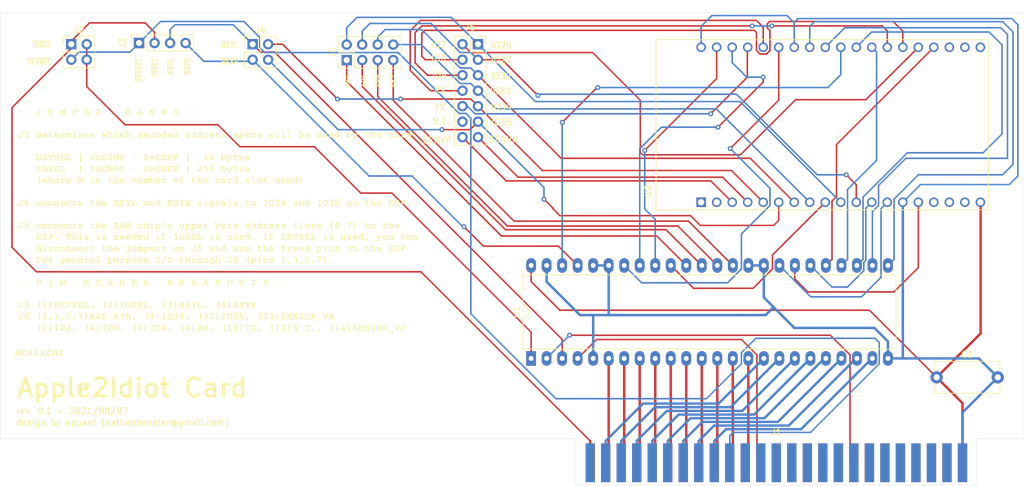
<source format=kicad_pcb>
(kicad_pcb (version 20171130) (host pcbnew 5.1.10-88a1d61d58~88~ubuntu18.04.1)
  (title_block (title "Apple II Breadboard Card") (date 2021-02-08) (rev 1.1) (company "Renee Harke") (comment 1 "MIT license; see LICENSE file"))
  (layers (0 F.Cu signal) (31 B.Cu signal) (34 B.Paste user) (35 F.Paste user) (36 B.SilkS user) (37 F.SilkS user) (38 B.Mask user) (39 F.Mask user) (44 Edge.Cuts user))
  (net 0 "")
  (net 1 /D0)
  (net 2 /D1)
  (net 3 /D2)
  (net 4 /D3)
  (net 5 /D4)
  (net 6 /D5)
  (net 7 /D6)
  (net 8 /D7)
  (net 9 /A0)
  (net 10 /A1)
  (net 11 /A2)
  (net 12 /A3)
  (net 13 /A4)
  (net 14 /A5)
  (net 15 /A6)
  (net 16 /A7)
  (net 17 /A8)
  (net 18 /A9)
  (net 19 /A10)
  (net 20 GND)
  (net 21 VCC)
  (net 22 "Net-(J1-Pad27)")
  (net 23 "Net-(J1-Pad28)")
  (net 24 "Net-(J1-Pad29)")
  (net 25 "Net-(J1-Pad30)")
  (net 26 "Net-(J1-Pad31)")
  (net 27 "Net-(J1-Pad32)")
  (net 28 "Net-(J1-Pad33)")
  (net 29 "Net-(J1-Pad34)")
  (net 30 "Net-(J1-Pad35)")
  (net 31 "Net-(J1-Pad36)")
  (net 32 "Net-(J1-Pad37)")
  (net 33 "Net-(J1-Pad38)")
  (net 34 "Net-(J1-Pad39)")
  (net 35 "Net-(J1-Pad40)")
  (net 36 "Net-(J1-Pad50)")
  (net 37 "Net-(J1-Pad24)")
  (net 38 "Net-(J1-Pad23)")
  (net 39 "Net-(J1-Pad22)")
  (net 40 "Net-(J1-Pad21)")
  (net 41 "Net-(J1-Pad20)")
  (net 42 "Net-(J1-Pad19)")
  (net 43 "Net-(J1-Pad17)")
  (net 44 "Net-(J1-Pad16)")
  (net 45 "Net-(J1-Pad15)")
  (net 46 "Net-(J1-Pad14)")
  (net 47 "Net-(J1-Pad13)")
  (net 48 "Net-(J3-Pad4)")
  (net 49 "Net-(J6-Pad12)")
  (net 50 RWR)
  (net 51 /AR0)
  (net 52 /AR1)
  (net 53 /AR2)
  (net 54 /AR3)
  (net 55 /DR0)
  (net 56 /DR1)
  (net 57 /DR2)
  (net 58 /DR3)
  (net 59 /DR4)
  (net 60 /DR5)
  (net 61 /DR6)
  (net 62 /DR7)
  (net 63 "Net-(U2-Pad38)")
  (net 64 "Net-(U2-Pad37)")
  (net 65 "Net-(U2-Pad36)")
  (net 66 "Net-(U2-Pad18)")
  (net 67 "Net-(U2-Pad17)")
  (net 68 "Net-(U2-Pad16)")
  (net 69 "Net-(U2-Pad2)")
  (net 70 "Net-(U2-Pad1)")
  (net 71 /DEVSEL)
  (net 72 /RW)
  (net 73 /IOSEL)
  (net 74 /CEL)
  (net 75 /BSYL)
  (net 76 /IO35)
  (net 77 /IO34)
  (net 78 /IO33)
  (net 79 /AR7)
  (net 80 /IO32)
  (net 81 /AR6)
  (net 82 /IO27)
  (net 83 /AR5)
  (net 84 /IO26)
  (net 85 /AR4)
  (net 86 /SENVP)
  (net 87 /SENVN)
  (net 88 /TX)
  (net 89 /RX)
  (net 90 /IO4)
  (net 91 /IO0)
  (net 92 /IO2)
  (module manual:manualFP (layer F.Cu) (at 109.3 88.8)
    (fp_text reference G*** hide)
    (fp_text value LOGO hide)
  )
  (module ESPDEVKIT:MODULE_ESP32-DEVKITC-32D (layer F.Cu) (at 208.2 73.1 90)
    (fp_text reference U2 (at -10.829175 -28.446045 90) (layer F.SilkS) (effects (font (size 1.000386 1.000386))))
    (fp_text value ESP32-DEVKITC-32D)
    (pad 38 thru_hole circle (at 12.7 25.96 90) (size 1.56 1.56) (drill 1.04) (layers *.Cu *.Mask) (net 63 "Net-(U2-Pad38)"))
    (pad 37 thru_hole circle (at 12.7 23.42 90) (size 1.56 1.56) (drill 1.04) (layers *.Cu *.Mask) (net 64 "Net-(U2-Pad37)"))
    (pad 36 thru_hole circle (at 12.7 20.88 90) (size 1.56 1.56) (drill 1.04) (layers *.Cu *.Mask) (net 65 "Net-(U2-Pad36)"))
    (pad 35 thru_hole circle (at 12.7 18.34 90) (size 1.56 1.56) (drill 1.04) (layers *.Cu *.Mask) (net 58 /DR3))
    (pad 34 thru_hole circle (at 12.7 15.8 90) (size 1.56 1.56) (drill 1.04) (layers *.Cu *.Mask) (net 92 /IO2))
    (pad 33 thru_hole circle (at 12.7 13.26 90) (size 1.56 1.56) (drill 1.04) (layers *.Cu *.Mask) (net 91 /IO0))
    (pad 32 thru_hole circle (at 12.7 10.72 90) (size 1.56 1.56) (drill 1.04) (layers *.Cu *.Mask) (net 90 /IO4))
    (pad 31 thru_hole circle (at 12.7 8.18 90) (size 1.56 1.56) (drill 1.04) (layers *.Cu *.Mask) (net 59 /DR4))
    (pad 30 thru_hole circle (at 12.7 5.64 90) (size 1.56 1.56) (drill 1.04) (layers *.Cu *.Mask) (net 60 /DR5))
    (pad 29 thru_hole circle (at 12.7 3.1 90) (size 1.56 1.56) (drill 1.04) (layers *.Cu *.Mask) (net 50 RWR))
    (pad 28 thru_hole circle (at 12.7 0.56 90) (size 1.56 1.56) (drill 1.04) (layers *.Cu *.Mask) (net 61 /DR6))
    (pad 27 thru_hole circle (at 12.7 -1.98 90) (size 1.56 1.56) (drill 1.04) (layers *.Cu *.Mask) (net 62 /DR7))
    (pad 26 thru_hole circle (at 12.7 -4.52 90) (size 1.56 1.56) (drill 1.04) (layers *.Cu *.Mask) (net 20 GND))
    (pad 25 thru_hole circle (at 12.7 -7.06 90) (size 1.56 1.56) (drill 1.04) (layers *.Cu *.Mask) (net 51 /AR0))
    (pad 24 thru_hole circle (at 12.7 -9.6 90) (size 1.56 1.56) (drill 1.04) (layers *.Cu *.Mask) (net 89 /RX))
    (pad 23 thru_hole circle (at 12.7 -12.14 90) (size 1.56 1.56) (drill 1.04) (layers *.Cu *.Mask) (net 88 /TX))
    (pad 22 thru_hole circle (at 12.7 -14.68 90) (size 1.56 1.56) (drill 1.04) (layers *.Cu *.Mask) (net 52 /AR1))
    (pad 21 thru_hole circle (at 12.7 -17.22 90) (size 1.56 1.56) (drill 1.04) (layers *.Cu *.Mask) (net 53 /AR2))
    (pad 20 thru_hole circle (at 12.7 -19.76 90) (size 1.56 1.56) (drill 1.04) (layers *.Cu *.Mask) (net 20 GND))
    (pad 18 thru_hole circle (at -12.7 23.42 90) (size 1.56 1.56) (drill 1.04) (layers *.Cu *.Mask) (net 66 "Net-(U2-Pad18)"))
    (pad 17 thru_hole circle (at -12.7 20.88 90) (size 1.56 1.56) (drill 1.04) (layers *.Cu *.Mask) (net 67 "Net-(U2-Pad17)"))
    (pad 16 thru_hole circle (at -12.7 18.34 90) (size 1.56 1.56) (drill 1.04) (layers *.Cu *.Mask) (net 68 "Net-(U2-Pad16)"))
    (pad 15 thru_hole circle (at -12.7 15.8 90) (size 1.56 1.56) (drill 1.04) (layers *.Cu *.Mask) (net 56 /DR1))
    (pad 14 thru_hole circle (at -12.7 13.26 90) (size 1.56 1.56) (drill 1.04) (layers *.Cu *.Mask) (net 20 GND))
    (pad 13 thru_hole circle (at -12.7 10.72 90) (size 1.56 1.56) (drill 1.04) (layers *.Cu *.Mask) (net 55 /DR0))
    (pad 12 thru_hole circle (at -12.7 8.18 90) (size 1.56 1.56) (drill 1.04) (layers *.Cu *.Mask) (net 57 /DR2))
    (pad 11 thru_hole circle (at -12.7 5.64 90) (size 1.56 1.56) (drill 1.04) (layers *.Cu *.Mask) (net 82 /IO27))
    (pad 10 thru_hole circle (at -12.7 3.1 90) (size 1.56 1.56) (drill 1.04) (layers *.Cu *.Mask) (net 84 /IO26))
    (pad 9 thru_hole circle (at -12.7 0.56 90) (size 1.56 1.56) (drill 1.04) (layers *.Cu *.Mask) (net 54 /AR3))
    (pad 8 thru_hole circle (at -12.7 -1.98 90) (size 1.56 1.56) (drill 1.04) (layers *.Cu *.Mask) (net 78 /IO33))
    (pad 7 thru_hole circle (at -12.7 -4.52 90) (size 1.56 1.56) (drill 1.04) (layers *.Cu *.Mask) (net 80 /IO32))
    (pad 6 thru_hole circle (at -12.7 -7.06 90) (size 1.56 1.56) (drill 1.04) (layers *.Cu *.Mask) (net 76 /IO35))
    (pad 5 thru_hole circle (at -12.7 -9.6 90) (size 1.56 1.56) (drill 1.04) (layers *.Cu *.Mask) (net 77 /IO34))
    (pad 4 thru_hole circle (at -12.7 -12.14 90) (size 1.56 1.56) (drill 1.04) (layers *.Cu *.Mask) (net 87 /SENVN))
    (pad 3 thru_hole circle (at -12.7 -14.68 90) (size 1.56 1.56) (drill 1.04) (layers *.Cu *.Mask) (net 86 /SENVP))
    (pad 19 thru_hole circle (at -12.7 25.96 90) (size 1.56 1.56) (drill 1.04) (layers *.Cu *.Mask) (net 21 VCC))
    (pad 2 thru_hole circle (at -12.7 -17.22 90) (size 1.56 1.56) (drill 1.04) (layers *.Cu *.Mask) (net 69 "Net-(U2-Pad2)"))
    (pad 1 thru_hole rect (at -12.7 -19.76 90) (size 1.56 1.56) (drill 1.04) (layers *.Cu *.Mask) (net 70 "Net-(U2-Pad1)"))
  )
  (module Package_DIP:DIP-48_W15.24mm_LongPads (layer F.Cu) (at 160.6 111.4 90)
    (fp_text reference U1 (at 7.62 -2.33 90) (layer F.SilkS))
    (fp_text value IDT7132)
    (pad 48 thru_hole oval (at 15.24 0 90) (size 2.4 1.6) (drill 0.8) (layers *.Cu *.Mask) (net 21 VCC))
    (pad 24 thru_hole oval (at 0 58.42 90) (size 2.4 1.6) (drill 0.8) (layers *.Cu *.Mask) (net 20 GND))
    (pad 47 thru_hole oval (at 15.24 2.54 90) (size 2.4 1.6) (drill 0.8) (layers *.Cu *.Mask) (net 20 GND))
    (pad 23 thru_hole oval (at 0 55.88 90) (size 2.4 1.6) (drill 0.8) (layers *.Cu *.Mask) (net 8 /D7))
    (pad 46 thru_hole oval (at 15.24 5.08 90) (size 2.4 1.6) (drill 0.8) (layers *.Cu *.Mask) (net 50 RWR))
    (pad 22 thru_hole oval (at 0 53.34 90) (size 2.4 1.6) (drill 0.8) (layers *.Cu *.Mask) (net 7 /D6))
    (pad 45 thru_hole oval (at 15.24 7.62 90) (size 2.4 1.6) (drill 0.8) (layers *.Cu *.Mask) (net 48 "Net-(J3-Pad4)"))
    (pad 21 thru_hole oval (at 0 50.8 90) (size 2.4 1.6) (drill 0.8) (layers *.Cu *.Mask) (net 6 /D5))
    (pad 44 thru_hole oval (at 15.24 10.16 90) (size 2.4 1.6) (drill 0.8) (layers *.Cu *.Mask) (net 20 GND))
    (pad 20 thru_hole oval (at 0 48.26 90) (size 2.4 1.6) (drill 0.8) (layers *.Cu *.Mask) (net 5 /D4))
    (pad 43 thru_hole oval (at 15.24 12.7 90) (size 2.4 1.6) (drill 0.8) (layers *.Cu *.Mask) (net 20 GND))
    (pad 19 thru_hole oval (at 0 45.72 90) (size 2.4 1.6) (drill 0.8) (layers *.Cu *.Mask) (net 4 /D3))
    (pad 42 thru_hole oval (at 15.24 15.24 90) (size 2.4 1.6) (drill 0.8) (layers *.Cu *.Mask) (net 51 /AR0))
    (pad 18 thru_hole oval (at 0 43.18 90) (size 2.4 1.6) (drill 0.8) (layers *.Cu *.Mask) (net 3 /D2))
    (pad 41 thru_hole oval (at 15.24 17.78 90) (size 2.4 1.6) (drill 0.8) (layers *.Cu *.Mask) (net 52 /AR1))
    (pad 17 thru_hole oval (at 0 40.64 90) (size 2.4 1.6) (drill 0.8) (layers *.Cu *.Mask) (net 2 /D1))
    (pad 40 thru_hole oval (at 15.24 20.32 90) (size 2.4 1.6) (drill 0.8) (layers *.Cu *.Mask) (net 53 /AR2))
    (pad 16 thru_hole oval (at 0 38.1 90) (size 2.4 1.6) (drill 0.8) (layers *.Cu *.Mask) (net 1 /D0))
    (pad 39 thru_hole oval (at 15.24 22.86 90) (size 2.4 1.6) (drill 0.8) (layers *.Cu *.Mask) (net 54 /AR3))
    (pad 15 thru_hole oval (at 0 35.56 90) (size 2.4 1.6) (drill 0.8) (layers *.Cu *.Mask) (net 18 /A9))
    (pad 38 thru_hole oval (at 15.24 25.4 90) (size 2.4 1.6) (drill 0.8) (layers *.Cu *.Mask) (net 85 /AR4))
    (pad 14 thru_hole oval (at 0 33.02 90) (size 2.4 1.6) (drill 0.8) (layers *.Cu *.Mask) (net 17 /A8))
    (pad 37 thru_hole oval (at 15.24 27.94 90) (size 2.4 1.6) (drill 0.8) (layers *.Cu *.Mask) (net 83 /AR5))
    (pad 13 thru_hole oval (at 0 30.48 90) (size 2.4 1.6) (drill 0.8) (layers *.Cu *.Mask) (net 16 /A7))
    (pad 36 thru_hole oval (at 15.24 30.48 90) (size 2.4 1.6) (drill 0.8) (layers *.Cu *.Mask) (net 81 /AR6))
    (pad 12 thru_hole oval (at 0 27.94 90) (size 2.4 1.6) (drill 0.8) (layers *.Cu *.Mask) (net 15 /A6))
    (pad 35 thru_hole oval (at 15.24 33.02 90) (size 2.4 1.6) (drill 0.8) (layers *.Cu *.Mask) (net 79 /AR7))
    (pad 11 thru_hole oval (at 0 25.4 90) (size 2.4 1.6) (drill 0.8) (layers *.Cu *.Mask) (net 14 /A5))
    (pad 34 thru_hole oval (at 15.24 35.56 90) (size 2.4 1.6) (drill 0.8) (layers *.Cu *.Mask) (net 20 GND))
    (pad 10 thru_hole oval (at 0 22.86 90) (size 2.4 1.6) (drill 0.8) (layers *.Cu *.Mask) (net 13 /A4))
    (pad 33 thru_hole oval (at 15.24 38.1 90) (size 2.4 1.6) (drill 0.8) (layers *.Cu *.Mask) (net 20 GND))
    (pad 9 thru_hole oval (at 0 20.32 90) (size 2.4 1.6) (drill 0.8) (layers *.Cu *.Mask) (net 12 /A3))
    (pad 32 thru_hole oval (at 15.24 40.64 90) (size 2.4 1.6) (drill 0.8) (layers *.Cu *.Mask) (net 55 /DR0))
    (pad 8 thru_hole oval (at 0 17.78 90) (size 2.4 1.6) (drill 0.8) (layers *.Cu *.Mask) (net 11 /A2))
    (pad 31 thru_hole oval (at 15.24 43.18 90) (size 2.4 1.6) (drill 0.8) (layers *.Cu *.Mask) (net 56 /DR1))
    (pad 7 thru_hole oval (at 0 15.24 90) (size 2.4 1.6) (drill 0.8) (layers *.Cu *.Mask) (net 10 /A1))
    (pad 30 thru_hole oval (at 15.24 45.72 90) (size 2.4 1.6) (drill 0.8) (layers *.Cu *.Mask) (net 57 /DR2))
    (pad 6 thru_hole oval (at 0 12.7 90) (size 2.4 1.6) (drill 0.8) (layers *.Cu *.Mask) (net 9 /A0))
    (pad 29 thru_hole oval (at 15.24 48.26 90) (size 2.4 1.6) (drill 0.8) (layers *.Cu *.Mask) (net 58 /DR3))
    (pad 5 thru_hole oval (at 0 10.16 90) (size 2.4 1.6) (drill 0.8) (layers *.Cu *.Mask) (net 20 GND))
    (pad 28 thru_hole oval (at 15.24 50.8 90) (size 2.4 1.6) (drill 0.8) (layers *.Cu *.Mask) (net 59 /DR4))
    (pad 4 thru_hole oval (at 0 7.62 90) (size 2.4 1.6) (drill 0.8) (layers *.Cu *.Mask) (net 19 /A10))
    (pad 27 thru_hole oval (at 15.24 53.34 90) (size 2.4 1.6) (drill 0.8) (layers *.Cu *.Mask) (net 60 /DR5))
    (pad 3 thru_hole oval (at 0 5.08 90) (size 2.4 1.6) (drill 0.8) (layers *.Cu *.Mask) (net 75 /BSYL))
    (pad 26 thru_hole oval (at 15.24 55.88 90) (size 2.4 1.6) (drill 0.8) (layers *.Cu *.Mask) (net 61 /DR6))
    (pad 2 thru_hole oval (at 0 2.54 90) (size 2.4 1.6) (drill 0.8) (layers *.Cu *.Mask) (net 72 /RW))
    (pad 25 thru_hole oval (at 15.24 58.42 90) (size 2.4 1.6) (drill 0.8) (layers *.Cu *.Mask) (net 62 /DR7))
    (pad 1 thru_hole rect (at 0 0 90) (size 2.4 1.6) (drill 0.8) (layers *.Cu *.Mask) (net 74 /CEL))
  )
  (module Connector_PinSocket_2.54mm:PinSocket_2x07_P2.54mm_Vertical (layer F.Cu) (at 151.9 59.9)
    (fp_text reference J6 (at -1.27 -2.77) (layer F.SilkS))
    (fp_text value Conn_02x07_Odd_Even)
    (pad 14 thru_hole oval (at -2.54 15.24) (size 1.7 1.7) (drill 1) (layers *.Cu *.Mask) (net 86 /SENVP))
    (pad 13 thru_hole oval (at 0 15.24) (size 1.7 1.7) (drill 1) (layers *.Cu *.Mask) (net 87 /SENVN))
    (pad 12 thru_hole oval (at -2.54 12.7) (size 1.7 1.7) (drill 1) (layers *.Cu *.Mask) (net 49 "Net-(J6-Pad12)"))
    (pad 11 thru_hole oval (at 0 12.7) (size 1.7 1.7) (drill 1) (layers *.Cu *.Mask) (net 76 /IO35))
    (pad 10 thru_hole oval (at -2.54 10.16) (size 1.7 1.7) (drill 1) (layers *.Cu *.Mask) (net 88 /TX))
    (pad 9 thru_hole oval (at 0 10.16) (size 1.7 1.7) (drill 1) (layers *.Cu *.Mask) (net 77 /IO34))
    (pad 8 thru_hole oval (at -2.54 7.62) (size 1.7 1.7) (drill 1) (layers *.Cu *.Mask) (net 89 /RX))
    (pad 7 thru_hole oval (at 0 7.62) (size 1.7 1.7) (drill 1) (layers *.Cu *.Mask) (net 78 /IO33))
    (pad 6 thru_hole oval (at -2.54 5.08) (size 1.7 1.7) (drill 1) (layers *.Cu *.Mask) (net 90 /IO4))
    (pad 5 thru_hole oval (at 0 5.08) (size 1.7 1.7) (drill 1) (layers *.Cu *.Mask) (net 80 /IO32))
    (pad 4 thru_hole oval (at -2.54 2.54) (size 1.7 1.7) (drill 1) (layers *.Cu *.Mask) (net 91 /IO0))
    (pad 3 thru_hole oval (at 0 2.54) (size 1.7 1.7) (drill 1) (layers *.Cu *.Mask) (net 82 /IO27))
    (pad 2 thru_hole oval (at -2.54 0) (size 1.7 1.7) (drill 1) (layers *.Cu *.Mask) (net 92 /IO2))
    (pad 1 thru_hole rect (at 0 0) (size 1.7 1.7) (drill 1) (layers *.Cu *.Mask) (net 84 /IO26))
  )
  (module Connector_PinHeader_2.54mm:PinHeader_2x04_P2.54mm_Vertical (layer F.Cu) (at 130.4 62.5 90)
    (fp_text reference J5 (at 1.27 -2.33 90) (layer F.SilkS))
    (fp_text value Conn_02x02_Odd_Even)
    (pad 8 thru_hole oval (at 2.54 7.62 90) (size 1.7 1.7) (drill 1) (layers *.Cu *.Mask) (net 78 /IO33))
    (pad 7 thru_hole oval (at 0 7.62 90) (size 1.7 1.7) (drill 1) (layers *.Cu *.Mask) (net 79 /AR7))
    (pad 6 thru_hole oval (at 2.54 5.08 90) (size 1.7 1.7) (drill 1) (layers *.Cu *.Mask) (net 80 /IO32))
    (pad 5 thru_hole oval (at 0 5.08 90) (size 1.7 1.7) (drill 1) (layers *.Cu *.Mask) (net 81 /AR6))
    (pad 4 thru_hole oval (at 2.54 2.54 90) (size 1.7 1.7) (drill 1) (layers *.Cu *.Mask) (net 82 /IO27))
    (pad 3 thru_hole oval (at 0 2.54 90) (size 1.7 1.7) (drill 1) (layers *.Cu *.Mask) (net 83 /AR5))
    (pad 2 thru_hole oval (at 2.54 0 90) (size 1.7 1.7) (drill 1) (layers *.Cu *.Mask) (net 84 /IO26))
    (pad 1 thru_hole rect (at 0 0 90) (size 1.7 1.7) (drill 1) (layers *.Cu *.Mask) (net 85 /AR4))
  )
  (module Connector_PinHeader_2.54mm:PinHeader_2x02_P2.54mm_Vertical (layer F.Cu) (at 115 59.9)
    (fp_text reference J4 (at 1.27 -2.33) (layer F.SilkS))
    (fp_text value Conn_02x02_Odd_Even)
    (pad 4 thru_hole oval (at 2.54 2.54) (size 1.7 1.7) (drill 1) (layers *.Cu *.Mask) (net 76 /IO35))
    (pad 3 thru_hole oval (at 0 2.54) (size 1.7 1.7) (drill 1) (layers *.Cu *.Mask) (net 48 "Net-(J3-Pad4)"))
    (pad 2 thru_hole oval (at 2.54 0) (size 1.7 1.7) (drill 1) (layers *.Cu *.Mask) (net 77 /IO34))
    (pad 1 thru_hole rect (at 0 0) (size 1.7 1.7) (drill 1) (layers *.Cu *.Mask) (net 75 /BSYL))
  )
  (module Connector_PinSocket_2.54mm:PinSocket_1x04_P2.54mm_Vertical (layer F.Cu) (at 96.4 59.7 90)
    (fp_text reference J3 (at 0 -2.77 90) (layer F.SilkS))
    (fp_text value Conn_01x04)
    (pad 4 thru_hole oval (at 0 7.62 90) (size 1.7 1.7) (drill 1) (layers *.Cu *.Mask) (net 48 "Net-(J3-Pad4)"))
    (pad 3 thru_hole oval (at 0 5.08 90) (size 1.7 1.7) (drill 1) (layers *.Cu *.Mask) (net 75 /BSYL))
    (pad 2 thru_hole oval (at 0 2.54 90) (size 1.7 1.7) (drill 1) (layers *.Cu *.Mask) (net 73 /IOSEL))
    (pad 1 thru_hole rect (at 0 0 90) (size 1.7 1.7) (drill 1) (layers *.Cu *.Mask) (net 71 /DEVSEL))
  )
  (module Connector_PinHeader_2.54mm:PinHeader_2x02_P2.54mm_Vertical (layer F.Cu) (at 85.3 59.9)
    (fp_text reference J2 (at 1.27 -2.33) (layer F.SilkS))
    (fp_text value Conn_02x02_Odd_Even)
    (pad 4 thru_hole oval (at 2.54 2.54) (size 1.7 1.7) (drill 1) (layers *.Cu *.Mask) (net 74 /CEL))
    (pad 3 thru_hole oval (at 0 2.54) (size 1.7 1.7) (drill 1) (layers *.Cu *.Mask) (net 71 /DEVSEL))
    (pad 2 thru_hole oval (at 2.54 0) (size 1.7 1.7) (drill 1) (layers *.Cu *.Mask) (net 74 /CEL))
    (pad 1 thru_hole rect (at 0 0) (size 1.7 1.7) (drill 1) (layers *.Cu *.Mask) (net 73 /IOSEL))
  )
  (module kicad-library:AppleIIBus (layer F.Cu) (at 200.75 128.5)
    (fp_text reference J1 (at 0 -5.08) (layer F.SilkS))
    (fp_text value "Computer goes here")
    (pad 26 smd rect (at 30.48 0) (size 1.524 6.35) (layers B.Cu B.Mask) (net 20 GND) (clearance 0.254))
    (pad 27 smd rect (at 27.94 0) (size 1.524 6.35) (layers B.Cu B.Mask) (net 22 "Net-(J1-Pad27)") (clearance 0.254))
    (pad 28 smd rect (at 25.4 0) (size 1.524 6.35) (layers B.Cu B.Mask) (net 23 "Net-(J1-Pad28)") (clearance 0.254))
    (pad 29 smd rect (at 22.86 0) (size 1.524 6.35) (layers B.Cu B.Mask) (net 24 "Net-(J1-Pad29)") (clearance 0.254))
    (pad 30 smd rect (at 20.32 0) (size 1.524 6.35) (layers B.Cu B.Mask) (net 25 "Net-(J1-Pad30)") (clearance 0.254))
    (pad 31 smd rect (at 17.78 0) (size 1.524 6.35) (layers B.Cu B.Mask) (net 26 "Net-(J1-Pad31)") (clearance 0.254))
    (pad 32 smd rect (at 15.24 0) (size 1.524 6.35) (layers B.Cu B.Mask) (net 27 "Net-(J1-Pad32)") (clearance 0.254))
    (pad 33 smd rect (at 12.7 0) (size 1.524 6.35) (layers B.Cu B.Mask) (net 28 "Net-(J1-Pad33)") (clearance 0.254))
    (pad 34 smd rect (at 10.16 0) (size 1.524 6.35) (layers B.Cu B.Mask) (net 29 "Net-(J1-Pad34)") (clearance 0.254))
    (pad 35 smd rect (at 7.62 0) (size 1.524 6.35) (layers B.Cu B.Mask) (net 30 "Net-(J1-Pad35)") (clearance 0.254))
    (pad 36 smd rect (at 5.08 0) (size 1.524 6.35) (layers B.Cu B.Mask) (net 31 "Net-(J1-Pad36)") (clearance 0.254))
    (pad 37 smd rect (at 2.54 0) (size 1.524 6.35) (layers B.Cu B.Mask) (net 32 "Net-(J1-Pad37)") (clearance 0.254))
    (pad 38 smd rect (at 0 0) (size 1.524 6.35) (layers B.Cu B.Mask) (net 33 "Net-(J1-Pad38)") (clearance 0.254))
    (pad 39 smd rect (at -2.54 0) (size 1.524 6.35) (layers B.Cu B.Mask) (net 34 "Net-(J1-Pad39)") (clearance 0.254))
    (pad 40 smd rect (at -5.08 0) (size 1.524 6.35) (layers B.Cu B.Mask) (net 35 "Net-(J1-Pad40)") (clearance 0.254))
    (pad 41 smd rect (at -7.62 0) (size 1.524 6.35) (layers B.Cu B.Mask) (net 71 /DEVSEL) (clearance 0.254))
    (pad 42 smd rect (at -10.16 0) (size 1.524 6.35) (layers B.Cu B.Mask) (net 8 /D7) (clearance 0.254))
    (pad 43 smd rect (at -12.7 0) (size 1.524 6.35) (layers B.Cu B.Mask) (net 7 /D6) (clearance 0.254))
    (pad 44 smd rect (at -15.24 0) (size 1.524 6.35) (layers B.Cu B.Mask) (net 6 /D5) (clearance 0.254))
    (pad 45 smd rect (at -17.78 0) (size 1.524 6.35) (layers B.Cu B.Mask) (net 5 /D4) (clearance 0.254))
    (pad 46 smd rect (at -20.32 0) (size 1.524 6.35) (layers B.Cu B.Mask) (net 4 /D3) (clearance 0.254))
    (pad 47 smd rect (at -22.86 0) (size 1.524 6.35) (layers B.Cu B.Mask) (net 3 /D2) (clearance 0.254))
    (pad 48 smd rect (at -25.4 0) (size 1.524 6.35) (layers B.Cu B.Mask) (net 2 /D1) (clearance 0.254))
    (pad 49 smd rect (at -27.94 0) (size 1.524 6.35) (layers B.Cu B.Mask) (net 1 /D0) (clearance 0.254))
    (pad 50 smd rect (at -30.48 0) (size 1.524 6.35) (layers B.Cu B.Mask) (net 36 "Net-(J1-Pad50)") (clearance 0.254))
    (pad 25 smd rect (at 30.48 0) (size 1.524 6.35) (layers F.Cu F.Mask) (net 21 VCC) (clearance 0.254))
    (pad 24 smd rect (at 27.94 0) (size 1.524 6.35) (layers F.Cu F.Mask) (net 37 "Net-(J1-Pad24)") (clearance 0.254))
    (pad 23 smd rect (at 25.4 0) (size 1.524 6.35) (layers F.Cu F.Mask) (net 38 "Net-(J1-Pad23)") (clearance 0.254))
    (pad 22 smd rect (at 22.86 0) (size 1.524 6.35) (layers F.Cu F.Mask) (net 39 "Net-(J1-Pad22)") (clearance 0.254))
    (pad 21 smd rect (at 20.32 0) (size 1.524 6.35) (layers F.Cu F.Mask) (net 40 "Net-(J1-Pad21)") (clearance 0.254))
    (pad 20 smd rect (at 17.78 0) (size 1.524 6.35) (layers F.Cu F.Mask) (net 41 "Net-(J1-Pad20)") (clearance 0.254))
    (pad 19 smd rect (at 15.24 0) (size 1.524 6.35) (layers F.Cu F.Mask) (net 42 "Net-(J1-Pad19)") (clearance 0.254))
    (pad 18 smd rect (at 12.7 0) (size 1.524 6.35) (layers F.Cu F.Mask) (net 72 /RW) (clearance 0.254))
    (pad 17 smd rect (at 10.16 0) (size 1.524 6.35) (layers F.Cu F.Mask) (net 43 "Net-(J1-Pad17)") (clearance 0.254))
    (pad 16 smd rect (at 7.62 0) (size 1.524 6.35) (layers F.Cu F.Mask) (net 44 "Net-(J1-Pad16)") (clearance 0.254))
    (pad 15 smd rect (at 5.08 0) (size 1.524 6.35) (layers F.Cu F.Mask) (net 45 "Net-(J1-Pad15)") (clearance 0.254))
    (pad 14 smd rect (at 2.54 0) (size 1.524 6.35) (layers F.Cu F.Mask) (net 46 "Net-(J1-Pad14)") (clearance 0.254))
    (pad 13 smd rect (at 0 0) (size 1.524 6.35) (layers F.Cu F.Mask) (net 47 "Net-(J1-Pad13)") (clearance 0.254))
    (pad 12 smd rect (at -2.54 0) (size 1.524 6.35) (layers F.Cu F.Mask) (net 19 /A10) (clearance 0.254))
    (pad 11 smd rect (at -5.08 0) (size 1.524 6.35) (layers F.Cu F.Mask) (net 18 /A9) (clearance 0.254))
    (pad 10 smd rect (at -7.62 0) (size 1.524 6.35) (layers F.Cu F.Mask) (net 17 /A8) (clearance 0.254))
    (pad 9 smd rect (at -10.16 0) (size 1.524 6.35) (layers F.Cu F.Mask) (net 16 /A7) (clearance 0.254))
    (pad 8 smd rect (at -12.7 0) (size 1.524 6.35) (layers F.Cu F.Mask) (net 15 /A6) (clearance 0.254))
    (pad 7 smd rect (at -15.24 0) (size 1.524 6.35) (layers F.Cu F.Mask) (net 14 /A5) (clearance 0.254))
    (pad 6 smd rect (at -17.78 0) (size 1.524 6.35) (layers F.Cu F.Mask) (net 13 /A4) (clearance 0.254))
    (pad 5 smd rect (at -20.32 0) (size 1.524 6.35) (layers F.Cu F.Mask) (net 12 /A3) (clearance 0.254))
    (pad 4 smd rect (at -22.86 0) (size 1.524 6.35) (layers F.Cu F.Mask) (net 11 /A2) (clearance 0.254))
    (pad 3 smd rect (at -25.4 0) (size 1.524 6.35) (layers F.Cu F.Mask) (net 10 /A1) (clearance 0.254))
    (pad 2 smd rect (at -27.94 0) (size 1.524 6.35) (layers F.Cu F.Mask) (net 9 /A0) (clearance 0.254))
    (pad 1 smd rect (at -30.48 0) (size 1.524 6.35) (layers F.Cu F.Mask) (net 73 /IOSEL) (clearance 0.254))
  )
  (module Capacitor_THT:C_Disc_D10.5mm_W5.0mm_P10.00mm (layer F.Cu) (at 227 114.5)
    (fp_text reference C1 (at 5 -3.75) (layer F.SilkS))
    (fp_text value C)
    (pad 2 thru_hole circle (at 10 0) (size 2 2) (drill 1) (layers *.Cu *.Mask) (net 20 GND))
    (pad 1 thru_hole circle (at 0 0) (size 2 2) (drill 1) (layers *.Cu *.Mask) (net 21 VCC))
  )
  (gr_text SENVN (at 156.1 75.5) (layer F.SilkS) (effects (font (size 1 1))))
  (gr_text IO33 (at 155.6 67.6) (layer F.SilkS) (effects (font (size 1 1))))
  (gr_text IO35 (at 155.8 72.7) (layer F.SilkS) (effects (font (size 1 1))))
  (gr_text IO32 (at 155.7 65.1) (layer F.SilkS) (effects (font (size 1 1))))
  (gr_text IO26 (at 155.7 60.1) (layer F.SilkS) (effects (font (size 1 1))))
  (gr_text IO34 (at 155.7 70.2) (layer F.SilkS) (effects (font (size 1 1))))
  (gr_text IO27 (at 155.7 62.5) (layer F.SilkS) (effects (font (size 1 1))))
  (gr_text SENVP (at 145.2 75.6) (layer F.SilkS) (effects (font (size 1 1))))
  (gr_text N.C. (at 145.9 72.5) (layer F.SilkS) (effects (font (size 1 1))))
  (gr_text TX (at 145.7 70.3) (layer F.SilkS) (effects (font (size 1 1))))
  (gr_text RX (at 145.7 67.4) (layer F.SilkS) (effects (font (size 1 1))))
  (gr_text IO4 (at 145.6 65) (layer F.SilkS) (effects (font (size 1 1))))
  (gr_text "IO0\n" (at 145.5 62.2) (layer F.SilkS) (effects (font (size 1 1))))
  (gr_text IO2 (at 145.5 60) (layer F.SilkS) (effects (font (size 1 1))))
  (gr_text AR7 (at 138 64.8 90) (layer F.SilkS) (effects (font (size 0.75 0.75) (thickness 0.125)) (justify right)))
  (gr_text AR6 (at 135.53 64.75 90) (layer F.SilkS) (effects (font (size 0.75 0.75) (thickness 0.125)) (justify right)))
  (gr_text AR5 (at 133.23 64.75 90) (layer F.SilkS) (effects (font (size 0.75 0.75) (thickness 0.125)) (justify right)))
  (gr_text AR4 (at 130.53 64.85 90) (layer F.SilkS) (effects (font (size 0.75 0.75) (thickness 0.125)) (justify right)))
  (gr_text ~BSYR (at 112.75 62.83) (layer F.SilkS) (effects (font (size 0.75 0.75) (thickness 0.125)) (justify right)))
  (gr_text ~BSYL (at 112.65 60.13) (layer F.SilkS) (effects (font (size 0.75 0.75) (thickness 0.125)) (justify right)))
  (gr_text ~BSYR (at 104.43 62.05 90) (layer F.SilkS) (effects (font (size 0.75 0.75) (thickness 0.125)) (justify right)))
  (gr_text ~BSYL (at 101.73 62.15 90) (layer F.SilkS) (effects (font (size 0.75 0.75) (thickness 0.125)) (justify right)))
  (gr_text ~DEVSEL (at 96.43 62.05 90) (layer F.SilkS) (effects (font (size 0.75 0.75) (thickness 0.125)) (justify right)))
  (gr_text ~DEVSEL (at 82.15 62.83) (layer F.SilkS) (effects (font (size 0.75 0.75) (thickness 0.125)) (justify right)))
  (gr_text ~IOSEL (at 99.13 62.05 90) (layer F.SilkS) (effects (font (size 0.75 0.75) (thickness 0.125)) (justify right)))
  (gr_text ~IOSEL (at 82.15 60.03) (layer F.SilkS) (effects (font (size 0.75 0.75) (thickness 0.125)) (justify right)))
  (gr_text "design by equant (nathanhendler@gmail.com)" (at 76.2 121.92) (layer F.SilkS) (effects (font (size 1 1)) (justify left)))
  (gr_text JLCJLCJLCJLC (at 80.01 110.49) (layer F.SilkS) (effects (font (size 0.8 0.8))))
  (gr_text "rev. 0.1 - 2021/08/07" (at 76.2 120.015) (layer F.SilkS) (effects (font (size 1 1)) (justify left)))
  (gr_text "Apple2Idiot Card" (at 76.2 116.205) (layer F.SilkS) (effects (font (size 3 3) (thickness 0.45)) (justify left)))
  (gr_line (start 73.66 54.737) (end 73.66 124.587) (layer Edge.Cuts) (width 0.05))
  (gr_line (start 167.767 124.587) (end 73.66 124.587) (layer Edge.Cuts) (width 0.05))
  (gr_line (start 167.767 132.207) (end 167.767 124.587) (layer Edge.Cuts) (width 0.05))
  (gr_line (start 241.3 54.737) (end 73.66 54.737) (layer Edge.Cuts) (width 0.05))
  (gr_line (start 241.3 124.587) (end 241.3 54.737) (layer Edge.Cuts) (width 0.05))
  (gr_line (start 233.553 124.587) (end 241.3 124.587) (layer Edge.Cuts) (width 0.05))
  (gr_line (start 233.553 132.207) (end 233.553 124.587) (layer Edge.Cuts) (width 0.05))
  (gr_line (start 167.767 132.207) (end 233.553 132.207) (layer Edge.Cuts) (width 0.05))
  (segment (start 198.7 111.4) (end 191.3 118.8) (width 0.4) (layer B.Cu) (net 1))
  (segment (start 172.81 124.925) (end 172.81 128.5) (width 0.4) (layer B.Cu) (net 1))
  (segment (start 178.935 118.8) (end 172.81 124.925) (width 0.4) (layer B.Cu) (net 1))
  (segment (start 191.3 118.8) (end 178.935 118.8) (width 0.4) (layer B.Cu) (net 1))
  (segment (start 180.87499 119.40001) (end 175.35 124.925) (width 0.4) (layer B.Cu) (net 2))
  (segment (start 193.23999 119.40001) (end 180.87499 119.40001) (width 0.4) (layer B.Cu) (net 2))
  (segment (start 175.35 124.925) (end 175.35 128.5) (width 0.4) (layer B.Cu) (net 2))
  (segment (start 201.24 111.4) (end 193.23999 119.40001) (width 0.4) (layer B.Cu) (net 2))
  (segment (start 177.89 124.925) (end 177.89 128.5) (width 0.4) (layer B.Cu) (net 3))
  (segment (start 195.17998 120.00002) (end 182.81498 120.00002) (width 0.4) (layer B.Cu) (net 3))
  (segment (start 182.81498 120.00002) (end 177.89 124.925) (width 0.4) (layer B.Cu) (net 3))
  (segment (start 203.78 111.4) (end 195.17998 120.00002) (width 0.4) (layer B.Cu) (net 3))
  (segment (start 184.75497 120.60003) (end 180.43 124.925) (width 0.4) (layer B.Cu) (net 4))
  (segment (start 180.43 124.925) (end 180.43 128.5) (width 0.4) (layer B.Cu) (net 4))
  (segment (start 197.11997 120.60003) (end 184.75497 120.60003) (width 0.4) (layer B.Cu) (net 4))
  (segment (start 206.32 111.4) (end 197.11997 120.60003) (width 0.4) (layer B.Cu) (net 4))
  (segment (start 208.86 111.4) (end 208.6 111.4) (width 0.4) (layer B.Cu) (net 5))
  (segment (start 208.6 111.4) (end 198.79996 121.20004) (width 0.4) (layer B.Cu) (net 5))
  (segment (start 182.97 124.925) (end 182.97 128.5) (width 0.4) (layer B.Cu) (net 5))
  (segment (start 186.69496 121.20004) (end 182.97 124.925) (width 0.4) (layer B.Cu) (net 5))
  (segment (start 198.79996 121.20004) (end 186.69496 121.20004) (width 0.4) (layer B.Cu) (net 5))
  (segment (start 185.51 124.925) (end 185.51 128.5) (width 0.4) (layer B.Cu) (net 6))
  (segment (start 188.63495 121.80005) (end 185.51 124.925) (width 0.4) (layer B.Cu) (net 6))
  (segment (start 200.99995 121.80005) (end 188.63495 121.80005) (width 0.4) (layer B.Cu) (net 6))
  (segment (start 211.4 111.4) (end 200.99995 121.80005) (width 0.4) (layer B.Cu) (net 6))
  (segment (start 213.94 111.4) (end 213.8 111.4) (width 0.4) (layer B.Cu) (net 7))
  (segment (start 213.8 111.4) (end 202.79994 122.40006) (width 0.4) (layer B.Cu) (net 7))
  (segment (start 188.05 124.925) (end 188.05 128.5) (width 0.4) (layer B.Cu) (net 7))
  (segment (start 190.57494 122.40006) (end 188.05 124.925) (width 0.4) (layer B.Cu) (net 7))
  (segment (start 202.79994 122.40006) (end 190.57494 122.40006) (width 0.4) (layer B.Cu) (net 7))
  (segment (start 216.48 111.4) (end 216.4 111.4) (width 0.4) (layer B.Cu) (net 8))
  (segment (start 216.4 111.4) (end 204.79993 123.00007) (width 0.4) (layer B.Cu) (net 8))
  (segment (start 192.51493 123.00007) (end 190.59 124.925) (width 0.4) (layer B.Cu) (net 8))
  (segment (start 190.59 124.925) (end 190.59 128.5) (width 0.4) (layer B.Cu) (net 8))
  (segment (start 204.79993 123.00007) (end 192.51493 123.00007) (width 0.4) (layer B.Cu) (net 8))
  (segment (start 173.3 128.01) (end 172.81 128.5) (width 0.4) (layer F.Cu) (net 9))
  (segment (start 173.3 111.4) (end 173.3 128.01) (width 0.4) (layer F.Cu) (net 9))
  (segment (start 175.84 128.01) (end 175.35 128.5) (width 0.4) (layer F.Cu) (net 10))
  (segment (start 175.84 111.4) (end 175.84 128.01) (width 0.4) (layer F.Cu) (net 10))
  (segment (start 178.38 128.01) (end 177.89 128.5) (width 0.4) (layer F.Cu) (net 11))
  (segment (start 178.38 111.4) (end 178.38 128.01) (width 0.4) (layer F.Cu) (net 11))
  (segment (start 180.92 128.01) (end 180.43 128.5) (width 0.4) (layer F.Cu) (net 12))
  (segment (start 180.92 111.4) (end 180.92 128.01) (width 0.4) (layer F.Cu) (net 12))
  (segment (start 183.46 128.01) (end 182.97 128.5) (width 0.4) (layer F.Cu) (net 13))
  (segment (start 183.46 111.4) (end 183.46 128.01) (width 0.4) (layer F.Cu) (net 13))
  (segment (start 186 128.01) (end 185.51 128.5) (width 0.4) (layer F.Cu) (net 14))
  (segment (start 186 111.4) (end 186 128.01) (width 0.4) (layer F.Cu) (net 14))
  (segment (start 188.54 128.01) (end 188.05 128.5) (width 0.4) (layer F.Cu) (net 15))
  (segment (start 188.54 111.4) (end 188.54 128.01) (width 0.4) (layer F.Cu) (net 15))
  (segment (start 191.08 128.01) (end 190.59 128.5) (width 0.4) (layer F.Cu) (net 16))
  (segment (start 191.08 111.4) (end 191.08 128.01) (width 0.4) (layer F.Cu) (net 16))
  (segment (start 193.62 128.01) (end 193.13 128.5) (width 0.4) (layer F.Cu) (net 17))
  (segment (start 193.62 111.4) (end 193.62 128.01) (width 0.4) (layer F.Cu) (net 17))
  (segment (start 196.16 128.01) (end 195.67 128.5) (width 0.4) (layer F.Cu) (net 18))
  (segment (start 196.16 111.4) (end 196.16 128.01) (width 0.4) (layer F.Cu) (net 18))
  (segment (start 168.22 111.4) (end 171.32 108.3) (width 0.25) (layer F.Cu) (net 19))
  (segment (start 197.57499 127.86499) (end 198.21 128.5) (width 0.25) (layer F.Cu) (net 19))
  (segment (start 195.051004 108.3) (end 197.57499 110.823986) (width 0.25) (layer F.Cu) (net 19))
  (segment (start 197.57499 110.823986) (end 197.57499 127.86499) (width 0.25) (layer F.Cu) (net 19))
  (segment (start 171.32 108.3) (end 195.051004 108.3) (width 0.25) (layer F.Cu) (net 19))
  (segment (start 233.9 111.4) (end 237 114.5) (width 0.4) (layer B.Cu) (net 20))
  (segment (start 198.7 96.16) (end 198.7 101.4) (width 0.4) (layer B.Cu) (net 20))
  (segment (start 203.7 106.4) (end 216.8 106.4) (width 0.4) (layer B.Cu) (net 20))
  (segment (start 219.02 108.62) (end 219.02 111.4) (width 0.4) (layer B.Cu) (net 20))
  (segment (start 216.8 106.4) (end 219.02 108.62) (width 0.4) (layer B.Cu) (net 20))
  (segment (start 221.46 85.8) (end 221.46 111.36) (width 0.4) (layer B.Cu) (net 20))
  (segment (start 221.46 111.36) (end 221.5 111.4) (width 0.4) (layer B.Cu) (net 20))
  (segment (start 219.02 111.4) (end 221.5 111.4) (width 0.4) (layer B.Cu) (net 20))
  (segment (start 221.5 111.4) (end 233.9 111.4) (width 0.4) (layer B.Cu) (net 20))
  (segment (start 196.16 96.16) (end 198.7 96.16) (width 0.4) (layer B.Cu) (net 20))
  (segment (start 163.14 96.16) (end 163.14 98.84) (width 0.4) (layer B.Cu) (net 20))
  (segment (start 163.14 98.84) (end 168.6 104.3) (width 0.4) (layer B.Cu) (net 20))
  (segment (start 201.6 104.3) (end 203.7 106.4) (width 0.4) (layer B.Cu) (net 20))
  (segment (start 170.76 111.4) (end 170.76 104.46) (width 0.4) (layer B.Cu) (net 20))
  (segment (start 168.6 104.3) (end 170.6 104.3) (width 0.4) (layer B.Cu) (net 20))
  (segment (start 170.76 104.46) (end 170.6 104.3) (width 0.4) (layer B.Cu) (net 20))
  (segment (start 170.76 96.16) (end 173.3 96.16) (width 0.4) (layer B.Cu) (net 20))
  (segment (start 173.3 96.16) (end 173.3 104.2) (width 0.4) (layer B.Cu) (net 20))
  (segment (start 173.3 104.2) (end 173.4 104.3) (width 0.4) (layer B.Cu) (net 20))
  (segment (start 170.6 104.3) (end 173.4 104.3) (width 0.4) (layer B.Cu) (net 20))
  (segment (start 231.23 120.27) (end 231.23 128.5) (width 0.4) (layer B.Cu) (net 20))
  (segment (start 237 114.5) (end 231.23 120.27) (width 0.4) (layer B.Cu) (net 20))
  (segment (start 188.44 60.4) (end 188.44 56.96) (width 0.25) (layer B.Cu) (net 20))
  (segment (start 188.44 56.96) (end 190.2 55.2) (width 0.25) (layer B.Cu) (net 20))
  (segment (start 190.2 55.2) (end 202.5 55.2) (width 0.25) (layer B.Cu) (net 20))
  (segment (start 203.68 56.38) (end 203.68 60.4) (width 0.25) (layer B.Cu) (net 20))
  (segment (start 202.5 55.2) (end 203.68 56.38) (width 0.25) (layer B.Cu) (net 20))
  (segment (start 203.68 56.38) (end 203.68 56.32) (width 0.25) (layer B.Cu) (net 20))
  (segment (start 203.68 56.32) (end 204.3 55.7) (width 0.25) (layer B.Cu) (net 20))
  (segment (start 204.3 55.7) (end 239.3 55.7) (width 0.25) (layer B.Cu) (net 20))
  (segment (start 239.3 55.7) (end 240.3 56.7) (width 0.25) (layer B.Cu) (net 20))
  (segment (start 240.3 56.7) (end 240.3 81.5) (width 0.25) (layer B.Cu) (net 20))
  (segment (start 240.3 81.5) (end 238.9 82.9) (width 0.25) (layer B.Cu) (net 20))
  (segment (start 224.36 82.9) (end 221.46 85.8) (width 0.25) (layer B.Cu) (net 20))
  (segment (start 238.9 82.9) (end 224.36 82.9) (width 0.25) (layer B.Cu) (net 20))
  (segment (start 199 104.3) (end 200.3 103) (width 0.4) (layer B.Cu) (net 20))
  (segment (start 195.4 104.3) (end 199 104.3) (width 0.4) (layer B.Cu) (net 20))
  (segment (start 200.3 103) (end 203.7 106.4) (width 0.4) (layer B.Cu) (net 20))
  (segment (start 198.7 101.4) (end 200.3 103) (width 0.4) (layer B.Cu) (net 20))
  (segment (start 173.4 104.3) (end 195.4 104.3) (width 0.4) (layer B.Cu) (net 20))
  (segment (start 231.23 118.73) (end 227 114.5) (width 0.4) (layer F.Cu) (net 21))
  (segment (start 231.23 128.5) (end 231.23 118.73) (width 0.4) (layer F.Cu) (net 21))
  (segment (start 227 114.5) (end 234.2 107.3) (width 0.4) (layer F.Cu) (net 21))
  (segment (start 234.2 85.84) (end 234.16 85.8) (width 0.4) (layer F.Cu) (net 21))
  (segment (start 234.2 107.3) (end 234.2 85.84) (width 0.4) (layer F.Cu) (net 21))
  (segment (start 160.6 96.16) (end 160.6 98.8) (width 0.25) (layer F.Cu) (net 21))
  (segment (start 160.6 98.8) (end 165.3 103.5) (width 0.25) (layer F.Cu) (net 21))
  (segment (start 216 103.5) (end 227 114.5) (width 0.25) (layer F.Cu) (net 21))
  (segment (start 165.3 103.5) (end 216 103.5) (width 0.25) (layer F.Cu) (net 21))
  (segment (start 104.02 59.7) (end 107.02 62.7) (width 0.249936) (layer B.Cu) (net 48))
  (segment (start 114.74 62.7) (end 115 62.44) (width 0.4) (layer B.Cu) (net 48))
  (segment (start 107.02 62.7) (end 114.74 62.7) (width 0.249936) (layer B.Cu) (net 48))
  (segment (start 115 62.44) (end 134.06 81.5) (width 0.25) (layer B.Cu) (net 48))
  (segment (start 134.06 81.5) (end 141.1 81.5) (width 0.25) (layer B.Cu) (net 48))
  (via (at 149.6 89.8) (size 0.8) (drill 0.4) (layers F.Cu B.Cu) (net 48))
  (segment (start 141.1 81.5) (end 149.4 89.8) (width 0.25) (layer B.Cu) (net 48))
  (segment (start 149.4 89.8) (end 149.6 89.8) (width 0.25) (layer B.Cu) (net 48))
  (segment (start 149.6 89.8) (end 152.8 93) (width 0.25) (layer F.Cu) (net 48))
  (segment (start 165.06 93) (end 168.22 96.16) (width 0.25) (layer F.Cu) (net 48))
  (segment (start 152.8 93) (end 165.06 93) (width 0.25) (layer F.Cu) (net 48))
  (via (at 165.7 72.7) (size 0.8) (drill 0.4) (layers F.Cu B.Cu) (net 50))
  (segment (start 165.68 96.16) (end 165.68 72.72) (width 0.25) (layer B.Cu) (net 50))
  (segment (start 165.68 72.72) (end 165.7 72.7) (width 0.25) (layer B.Cu) (net 50))
  (via (at 171.5 67) (size 0.8) (drill 0.4) (layers F.Cu B.Cu) (net 50))
  (segment (start 165.7 72.7) (end 171.4 67) (width 0.25) (layer F.Cu) (net 50))
  (segment (start 171.4 67) (end 171.5 67) (width 0.25) (layer F.Cu) (net 50))
  (segment (start 171.5 67) (end 209.2 67) (width 0.25) (layer B.Cu) (net 50))
  (segment (start 211.3 64.9) (end 211.3 60.4) (width 0.25) (layer B.Cu) (net 50))
  (segment (start 209.2 67) (end 211.3 64.9) (width 0.25) (layer B.Cu) (net 50))
  (segment (start 175.84 96.16) (end 178.68 99) (width 0.25) (layer B.Cu) (net 51))
  (segment (start 199.705001 86.330401) (end 199.705001 83.505001) (width 0.25) (layer B.Cu) (net 51))
  (segment (start 195.03499 91.000412) (end 199.705001 86.330401) (width 0.25) (layer B.Cu) (net 51))
  (segment (start 195.03499 96.736014) (end 195.03499 91.000412) (width 0.25) (layer B.Cu) (net 51))
  (segment (start 178.68 99) (end 192.771004 99) (width 0.25) (layer B.Cu) (net 51))
  (segment (start 192.771004 99) (end 195.03499 96.736014) (width 0.25) (layer B.Cu) (net 51))
  (via (at 193.2 77) (size 0.8) (drill 0.4) (layers F.Cu B.Cu) (net 51))
  (segment (start 199.705001 83.505001) (end 193.2 77) (width 0.25) (layer B.Cu) (net 51))
  (segment (start 201.14 69.06) (end 201.14 60.4) (width 0.25) (layer F.Cu) (net 51))
  (segment (start 193.2 77) (end 201.14 69.06) (width 0.25) (layer F.Cu) (net 51))
  (segment (start 178.38 77.046998) (end 181.926998 73.5) (width 0.25) (layer B.Cu) (net 52))
  (segment (start 178.38 96.16) (end 178.38 77.046998) (width 0.25) (layer B.Cu) (net 52))
  (via (at 191.2 73.5) (size 0.8) (drill 0.4) (layers F.Cu B.Cu) (net 52))
  (segment (start 181.926998 73.5) (end 191.2 73.5) (width 0.25) (layer B.Cu) (net 52))
  (segment (start 191.2 73.5) (end 198.6 66.1) (width 0.25) (layer F.Cu) (net 52))
  (via (at 198.6 65.3) (size 0.8) (drill 0.4) (layers F.Cu B.Cu) (net 52))
  (segment (start 198.6 66.1) (end 198.6 65.3) (width 0.25) (layer F.Cu) (net 52))
  (segment (start 198.6 65.3) (end 195.9 65.3) (width 0.25) (layer B.Cu) (net 52))
  (segment (start 193.52 62.92) (end 193.52 60.4) (width 0.25) (layer B.Cu) (net 52))
  (segment (start 195.9 65.3) (end 193.52 62.92) (width 0.25) (layer B.Cu) (net 52))
  (segment (start 190.98 60.4) (end 190.98 65.52) (width 0.25) (layer F.Cu) (net 53))
  (via (at 179.2 77.3) (size 0.8) (drill 0.4) (layers F.Cu B.Cu) (net 53))
  (segment (start 190.98 65.52) (end 179.2 77.3) (width 0.25) (layer F.Cu) (net 53))
  (segment (start 179.2 77.3) (end 179.2 86.9) (width 0.25) (layer B.Cu) (net 53))
  (segment (start 180.92 88.62) (end 180.92 96.16) (width 0.25) (layer B.Cu) (net 53))
  (segment (start 179.2 86.9) (end 180.92 88.62) (width 0.25) (layer B.Cu) (net 53))
  (segment (start 183.46 96.16) (end 187.2 99.9) (width 0.25) (layer F.Cu) (net 54))
  (segment (start 200.11499 94.44501) (end 208.76 85.8) (width 0.25) (layer F.Cu) (net 54))
  (segment (start 200.11499 96.736014) (end 200.11499 94.44501) (width 0.25) (layer F.Cu) (net 54))
  (segment (start 196.951004 99.9) (end 200.11499 96.736014) (width 0.25) (layer F.Cu) (net 54))
  (segment (start 187.2 99.9) (end 196.951004 99.9) (width 0.25) (layer F.Cu) (net 54))
  (segment (start 217.89499 86.82501) (end 217.89499 98.10501) (width 0.25) (layer B.Cu) (net 55))
  (segment (start 218.92 85.8) (end 217.89499 86.82501) (width 0.25) (layer B.Cu) (net 55))
  (segment (start 217.89499 98.10501) (end 214.7 101.3) (width 0.25) (layer B.Cu) (net 55))
  (segment (start 206.38 101.3) (end 201.24 96.16) (width 0.25) (layer B.Cu) (net 55))
  (segment (start 214.7 101.3) (end 206.38 101.3) (width 0.25) (layer B.Cu) (net 55))
  (segment (start 224 85.8) (end 224 96.5) (width 0.25) (layer F.Cu) (net 56))
  (segment (start 224 96.5) (end 220 100.5) (width 0.25) (layer F.Cu) (net 56))
  (segment (start 220 100.5) (end 205.9 100.5) (width 0.25) (layer F.Cu) (net 56))
  (segment (start 203.78 98.38) (end 203.78 96.16) (width 0.25) (layer F.Cu) (net 56))
  (segment (start 205.9 100.5) (end 203.78 98.38) (width 0.25) (layer F.Cu) (net 56))
  (segment (start 215.06501 95.6714) (end 215.06501 97.025994) (width 0.25) (layer B.Cu) (net 57))
  (segment (start 215.06501 97.025994) (end 212.391004 99.7) (width 0.25) (layer B.Cu) (net 57))
  (segment (start 215.39501 95.3414) (end 215.06501 95.6714) (width 0.25) (layer B.Cu) (net 57))
  (segment (start 216.38 85.8) (end 215.39501 86.78499) (width 0.25) (layer B.Cu) (net 57))
  (segment (start 215.39501 86.78499) (end 215.39501 95.3414) (width 0.25) (layer B.Cu) (net 57))
  (segment (start 209.86 99.7) (end 206.32 96.16) (width 0.25) (layer B.Cu) (net 57))
  (segment (start 212.391004 99.7) (end 209.86 99.7) (width 0.25) (layer B.Cu) (net 57))
  (segment (start 226.54 60.4) (end 210.6 76.34) (width 0.25) (layer F.Cu) (net 58))
  (segment (start 209.865001 95.154999) (end 208.86 96.16) (width 0.25) (layer F.Cu) (net 58))
  (segment (start 209.865001 85.599597) (end 209.865001 95.154999) (width 0.25) (layer F.Cu) (net 58))
  (segment (start 210.6 84.864598) (end 209.865001 85.599597) (width 0.25) (layer F.Cu) (net 58))
  (segment (start 210.6 76.34) (end 210.6 84.864598) (width 0.25) (layer F.Cu) (net 58))
  (segment (start 212.405001 95.154999) (end 211.4 96.16) (width 0.25) (layer B.Cu) (net 59))
  (segment (start 212.405001 83.694999) (end 212.405001 95.154999) (width 0.25) (layer B.Cu) (net 59))
  (segment (start 217.159999 78.940001) (end 212.405001 83.694999) (width 0.25) (layer B.Cu) (net 59))
  (segment (start 217.159999 61.179999) (end 217.159999 78.940001) (width 0.25) (layer B.Cu) (net 59))
  (segment (start 216.38 60.4) (end 217.159999 61.179999) (width 0.25) (layer B.Cu) (net 59))
  (segment (start 213.84 60.4) (end 216.34 57.9) (width 0.25) (layer B.Cu) (net 60))
  (segment (start 216.34 57.9) (end 235.6 57.9) (width 0.25) (layer B.Cu) (net 60))
  (segment (start 235.6 57.9) (end 237.7 60) (width 0.25) (layer B.Cu) (net 60))
  (segment (start 237.7 60) (end 237.7 74.6) (width 0.25) (layer B.Cu) (net 60))
  (segment (start 237.7 74.6) (end 234.6 77.7) (width 0.25) (layer B.Cu) (net 60))
  (segment (start 214.945001 95.154999) (end 213.94 96.16) (width 0.25) (layer B.Cu) (net 60))
  (segment (start 214.945001 84.963187) (end 214.945001 95.154999) (width 0.25) (layer B.Cu) (net 60))
  (segment (start 222.208188 77.7) (end 214.945001 84.963187) (width 0.25) (layer B.Cu) (net 60))
  (segment (start 234.6 77.7) (end 222.208188 77.7) (width 0.25) (layer B.Cu) (net 60))
  (segment (start 208.76 60.4) (end 211.96 57.2) (width 0.25) (layer B.Cu) (net 61))
  (segment (start 237.5 57.2) (end 238.6 58.3) (width 0.25) (layer B.Cu) (net 61))
  (segment (start 211.96 57.2) (end 237.5 57.2) (width 0.25) (layer B.Cu) (net 61))
  (segment (start 238.6 58.3) (end 238.6 78.6) (width 0.25) (layer B.Cu) (net 61))
  (segment (start 216.48 87.335402) (end 216.48 96.16) (width 0.25) (layer B.Cu) (net 61))
  (segment (start 217.485001 86.330401) (end 216.48 87.335402) (width 0.25) (layer B.Cu) (net 61))
  (segment (start 217.485001 83.059597) (end 217.485001 86.330401) (width 0.25) (layer B.Cu) (net 61))
  (segment (start 221.944598 78.6) (end 217.485001 83.059597) (width 0.25) (layer B.Cu) (net 61))
  (segment (start 238.6 78.6) (end 221.944598 78.6) (width 0.25) (layer B.Cu) (net 61))
  (segment (start 224 81.3) (end 220.025001 85.274999) (width 0.25) (layer B.Cu) (net 62))
  (segment (start 237.8 81.3) (end 224 81.3) (width 0.25) (layer B.Cu) (net 62))
  (segment (start 220.025001 85.274999) (end 220.025001 95.154999) (width 0.25) (layer B.Cu) (net 62))
  (segment (start 206.22 56.98) (end 207 56.2) (width 0.25) (layer B.Cu) (net 62))
  (segment (start 206.22 60.4) (end 206.22 56.98) (width 0.25) (layer B.Cu) (net 62))
  (segment (start 207 56.2) (end 237.8 56.2) (width 0.25) (layer B.Cu) (net 62))
  (segment (start 239.5 57.9) (end 239.5 79.6) (width 0.25) (layer B.Cu) (net 62))
  (segment (start 237.8 56.2) (end 239.5 57.9) (width 0.25) (layer B.Cu) (net 62))
  (segment (start 220.025001 95.154999) (end 219.02 96.16) (width 0.25) (layer B.Cu) (net 62))
  (segment (start 239.5 79.6) (end 237.8 81.3) (width 0.25) (layer B.Cu) (net 62))
  (segment (start 94.910001 61.189999) (end 96.4 59.7) (width 0.249936) (layer B.Cu) (net 71))
  (segment (start 86.550001 61.189999) (end 94.910001 61.189999) (width 0.249936) (layer B.Cu) (net 71))
  (segment (start 85.3 62.44) (end 86.550001 61.189999) (width 0.249936) (layer B.Cu) (net 71))
  (segment (start 113.559993 56.174991) (end 99.925009 56.174991) (width 0.25) (layer B.Cu) (net 71))
  (segment (start 116.175001 58.789999) (end 113.559993 56.174991) (width 0.25) (layer B.Cu) (net 71))
  (segment (start 164.6472 118) (end 150.724999 104.077799) (width 0.25) (layer B.Cu) (net 71))
  (segment (start 206.345924 123.52508) (end 217.60501 112.265994) (width 0.25) (layer B.Cu) (net 71))
  (segment (start 193.13 128.5) (end 193.13 124.07) (width 0.25) (layer B.Cu) (net 71))
  (segment (start 116.175001 60.464001) (end 116.175001 58.789999) (width 0.25) (layer B.Cu) (net 71))
  (segment (start 149.924001 71.235001) (end 148.795999 71.235001) (width 0.25) (layer B.Cu) (net 71))
  (segment (start 138.825997 61.264999) (end 116.975999 61.264999) (width 0.25) (layer B.Cu) (net 71))
  (segment (start 216.9 108.1) (end 197.4 108.1) (width 0.25) (layer B.Cu) (net 71))
  (segment (start 193.67492 123.52508) (end 206.345924 123.52508) (width 0.25) (layer B.Cu) (net 71))
  (segment (start 150.724999 72.035999) (end 149.924001 71.235001) (width 0.25) (layer B.Cu) (net 71))
  (segment (start 116.975999 61.264999) (end 116.175001 60.464001) (width 0.25) (layer B.Cu) (net 71))
  (segment (start 197.4 108.1) (end 195.03499 110.46501) (width 0.25) (layer B.Cu) (net 71))
  (segment (start 217.60501 112.265994) (end 217.60501 108.80501) (width 0.25) (layer B.Cu) (net 71))
  (segment (start 195.03499 110.46501) (end 195.03499 112.265994) (width 0.25) (layer B.Cu) (net 71))
  (segment (start 195.03499 112.265994) (end 189.300984 118) (width 0.25) (layer B.Cu) (net 71))
  (segment (start 189.300984 118) (end 164.6472 118) (width 0.25) (layer B.Cu) (net 71))
  (segment (start 150.724999 104.077799) (end 150.724999 72.035999) (width 0.25) (layer B.Cu) (net 71))
  (segment (start 99.925009 56.174991) (end 96.4 59.7) (width 0.25) (layer B.Cu) (net 71))
  (segment (start 217.60501 108.80501) (end 216.9 108.1) (width 0.25) (layer B.Cu) (net 71))
  (segment (start 193.13 124.07) (end 193.67492 123.52508) (width 0.25) (layer B.Cu) (net 71))
  (segment (start 148.795999 71.235001) (end 138.825997 61.264999) (width 0.25) (layer B.Cu) (net 71))
  (via (at 166.9 107.6) (size 0.8) (drill 0.4) (layers F.Cu B.Cu) (net 72))
  (segment (start 163.14 111.4) (end 163.14 111.36) (width 0.25) (layer B.Cu) (net 72))
  (segment (start 163.14 111.36) (end 166.9 107.6) (width 0.25) (layer B.Cu) (net 72))
  (segment (start 212.81499 110.823986) (end 212.81499 127.86499) (width 0.25) (layer F.Cu) (net 72))
  (segment (start 209.591004 107.6) (end 212.81499 110.823986) (width 0.25) (layer F.Cu) (net 72))
  (segment (start 212.81499 127.86499) (end 213.45 128.5) (width 0.25) (layer F.Cu) (net 72))
  (segment (start 166.9 107.6) (end 209.591004 107.6) (width 0.25) (layer F.Cu) (net 72))
  (segment (start 170.27 124.925) (end 142.545 97.2) (width 0.25) (layer F.Cu) (net 73))
  (segment (start 170.27 128.5) (end 170.27 124.925) (width 0.4) (layer F.Cu) (net 73))
  (segment (start 142.545 97.2) (end 79.6 97.2) (width 0.25) (layer F.Cu) (net 73))
  (segment (start 79.6 97.2) (end 75.6 93.2) (width 0.25) (layer F.Cu) (net 73))
  (segment (start 85.3 60.589998) (end 85.3 59.9) (width 0.4) (layer F.Cu) (net 73))
  (segment (start 75.6 70.289998) (end 85.3 60.589998) (width 0.25) (layer F.Cu) (net 73))
  (segment (start 75.6 93.2) (end 75.6 70.289998) (width 0.25) (layer F.Cu) (net 73))
  (segment (start 85.3 59.9) (end 85.3 59.4) (width 0.4) (layer F.Cu) (net 73))
  (segment (start 85.3 59.4) (end 88.3 56.4) (width 0.249936) (layer F.Cu) (net 73))
  (segment (start 88.3 56.4) (end 97.4 56.4) (width 0.249936) (layer F.Cu) (net 73))
  (segment (start 98.94 57.94) (end 98.94 59.7) (width 0.249936) (layer F.Cu) (net 73))
  (segment (start 97.4 56.4) (end 98.94 57.94) (width 0.249936) (layer F.Cu) (net 73))
  (segment (start 87.84 59.9) (end 87.84 62.44) (width 0.249936) (layer F.Cu) (net 74))
  (segment (start 87.84 62.44) (end 87.84 66.84) (width 0.249936) (layer F.Cu) (net 74))
  (segment (start 87.84 66.84) (end 94.1 73.1) (width 0.249936) (layer F.Cu) (net 74))
  (segment (start 94.1 73.1) (end 109.3 73.1) (width 0.249936) (layer F.Cu) (net 74))
  (segment (start 109.3 73.1) (end 112.9 76.7) (width 0.249936) (layer F.Cu) (net 74))
  (segment (start 112.9 76.7) (end 125.1 76.7) (width 0.249936) (layer F.Cu) (net 74))
  (segment (start 125.1 76.7) (end 132.7 84.3) (width 0.249936) (layer F.Cu) (net 74))
  (segment (start 132.7 84.3) (end 137.8 84.3) (width 0.249936) (layer F.Cu) (net 74))
  (segment (start 160.6 107.1) (end 160.6 111.4) (width 0.249936) (layer F.Cu) (net 74))
  (segment (start 137.8 84.3) (end 160.6 107.1) (width 0.249936) (layer F.Cu) (net 74))
  (segment (start 101.48 59.7) (end 101.48 57.52) (width 0.249936) (layer B.Cu) (net 75))
  (segment (start 101.48 57.52) (end 102.3 56.7) (width 0.249936) (layer B.Cu) (net 75))
  (segment (start 111.8 56.7) (end 115 59.9) (width 0.249936) (layer B.Cu) (net 75))
  (segment (start 102.3 56.7) (end 111.8 56.7) (width 0.249936) (layer B.Cu) (net 75))
  (segment (start 116.289999 61.189999) (end 118.589999 61.189999) (width 0.249936) (layer F.Cu) (net 75))
  (segment (start 115 59.9) (end 116.289999 61.189999) (width 0.249936) (layer F.Cu) (net 75))
  (segment (start 165.68 108.28) (end 165.68 111.4) (width 0.249936) (layer F.Cu) (net 75))
  (segment (start 118.589999 61.189999) (end 165.68 108.28) (width 0.249936) (layer F.Cu) (net 75))
  (segment (start 117.54 62.44) (end 126.2 71.1) (width 0.25) (layer B.Cu) (net 76))
  (segment (start 126.2 71.1) (end 127.2 72.1) (width 0.25) (layer B.Cu) (net 76))
  (segment (start 127.2 72.1) (end 129 73.9) (width 0.25) (layer B.Cu) (net 76))
  (via (at 146 73.9) (size 0.8) (drill 0.4) (layers F.Cu B.Cu) (net 76))
  (segment (start 129 73.9) (end 146 73.9) (width 0.25) (layer B.Cu) (net 76))
  (segment (start 150.6 73.9) (end 151.9 72.6) (width 0.25) (layer F.Cu) (net 76))
  (segment (start 146 73.9) (end 150.6 73.9) (width 0.25) (layer F.Cu) (net 76))
  (segment (start 151.9 72.6) (end 162.7 83.4) (width 0.25) (layer B.Cu) (net 76))
  (via (at 162.7 85.3) (size 0.8) (drill 0.4) (layers F.Cu B.Cu) (net 76))
  (segment (start 162.7 83.4) (end 162.7 85.3) (width 0.25) (layer B.Cu) (net 76))
  (segment (start 162.7 85.3) (end 164.2 86.8) (width 0.25) (layer F.Cu) (net 76))
  (segment (start 164.2 86.8) (end 164.2 86.9) (width 0.25) (layer F.Cu) (net 76))
  (segment (start 164.2 86.9) (end 165.3 88) (width 0.25) (layer F.Cu) (net 76))
  (segment (start 165.3 88) (end 186.7 88) (width 0.25) (layer F.Cu) (net 76))
  (segment (start 186.7 88) (end 188.3 89.6) (width 0.25) (layer F.Cu) (net 76))
  (segment (start 188.3 89.6) (end 200.3 89.6) (width 0.25) (layer F.Cu) (net 76))
  (segment (start 201.14 88.76) (end 201.14 85.8) (width 0.25) (layer F.Cu) (net 76))
  (segment (start 200.3 89.6) (end 201.14 88.76) (width 0.25) (layer F.Cu) (net 76))
  (segment (start 198.6 85.8) (end 193.4 80.6) (width 0.25) (layer F.Cu) (net 77))
  (segment (start 162.44 80.6) (end 151.9 70.06) (width 0.25) (layer F.Cu) (net 77))
  (segment (start 193.4 80.6) (end 162.44 80.6) (width 0.25) (layer F.Cu) (net 77))
  (segment (start 150.724999 68.884999) (end 139.215001 68.884999) (width 0.25) (layer F.Cu) (net 77))
  (segment (start 151.9 70.06) (end 150.724999 68.884999) (width 0.25) (layer F.Cu) (net 77))
  (via (at 139.215001 68.884999) (size 0.8) (drill 0.4) (layers F.Cu B.Cu) (net 77))
  (segment (start 139.215001 68.884999) (end 128.884999 68.884999) (width 0.25) (layer B.Cu) (net 77))
  (via (at 128.884999 68.884999) (size 0.8) (drill 0.4) (layers F.Cu B.Cu) (net 77))
  (segment (start 119.9 59.9) (end 117.54 59.9) (width 0.25) (layer F.Cu) (net 77))
  (segment (start 128.884999 68.884999) (end 119.9 59.9) (width 0.25) (layer F.Cu) (net 77))
  (segment (start 206.22 85.8) (end 190.92 70.5) (width 0.25) (layer B.Cu) (net 78))
  (segment (start 154.88 70.5) (end 151.9 67.52) (width 0.25) (layer B.Cu) (net 78))
  (segment (start 190.92 70.5) (end 154.88 70.5) (width 0.25) (layer B.Cu) (net 78))
  (segment (start 150.724999 66.344999) (end 151.9 67.52) (width 0.25) (layer B.Cu) (net 78))
  (segment (start 142.600998 59.96) (end 148.985997 66.344999) (width 0.25) (layer B.Cu) (net 78))
  (segment (start 148.985997 66.344999) (end 150.724999 66.344999) (width 0.25) (layer B.Cu) (net 78))
  (segment (start 138.02 59.96) (end 142.600998 59.96) (width 0.25) (layer B.Cu) (net 78))
  (segment (start 193.62 96.16) (end 186.36 88.9) (width 0.25) (layer F.Cu) (net 79))
  (segment (start 186.36 88.9) (end 157.8 88.9) (width 0.25) (layer F.Cu) (net 79))
  (segment (start 138.02 69.12) (end 138.02 62.5) (width 0.25) (layer F.Cu) (net 79))
  (segment (start 157.8 88.9) (end 138.02 69.12) (width 0.25) (layer F.Cu) (net 79))
  (segment (start 203.68 85.8) (end 196.48 78.6) (width 0.25) (layer F.Cu) (net 80))
  (segment (start 165.52 78.6) (end 151.9 64.98) (width 0.25) (layer F.Cu) (net 80))
  (segment (start 196.48 78.6) (end 165.52 78.6) (width 0.25) (layer F.Cu) (net 80))
  (segment (start 135.48 59.96) (end 135.48 58.72) (width 0.25) (layer B.Cu) (net 80))
  (segment (start 135.48 58.72) (end 136.7 57.5) (width 0.25) (layer B.Cu) (net 80))
  (segment (start 150.724999 63.804999) (end 151.9 64.98) (width 0.25) (layer B.Cu) (net 80))
  (segment (start 148.985997 63.804999) (end 150.724999 63.804999) (width 0.25) (layer B.Cu) (net 80))
  (segment (start 142.680998 57.5) (end 148.985997 63.804999) (width 0.25) (layer B.Cu) (net 80))
  (segment (start 136.7 57.5) (end 142.680998 57.5) (width 0.25) (layer B.Cu) (net 80))
  (segment (start 191.08 96.16) (end 184.62 89.7) (width 0.25) (layer F.Cu) (net 81))
  (segment (start 184.62 89.7) (end 156.7 89.7) (width 0.25) (layer F.Cu) (net 81))
  (segment (start 135.48 68.48) (end 135.48 62.5) (width 0.25) (layer F.Cu) (net 81))
  (segment (start 156.7 89.7) (end 135.48 68.48) (width 0.25) (layer F.Cu) (net 81))
  (segment (start 213.84 85.8) (end 213.84 82.94) (width 0.25) (layer F.Cu) (net 82))
  (via (at 212.2 81.3) (size 0.8) (drill 0.4) (layers F.Cu B.Cu) (net 82))
  (segment (start 213.84 82.94) (end 212.2 81.3) (width 0.25) (layer F.Cu) (net 82))
  (segment (start 207.43641 81.3) (end 194.23641 68.1) (width 0.25) (layer B.Cu) (net 82))
  (segment (start 212.2 81.3) (end 207.43641 81.3) (width 0.25) (layer B.Cu) (net 82))
  (via (at 161.7 68.3) (size 0.8) (drill 0.4) (layers F.Cu B.Cu) (net 82))
  (segment (start 194.23641 68.1) (end 161.9 68.1) (width 0.25) (layer B.Cu) (net 82))
  (segment (start 161.9 68.1) (end 161.7 68.3) (width 0.25) (layer B.Cu) (net 82))
  (segment (start 155.84 62.44) (end 151.9 62.44) (width 0.25) (layer F.Cu) (net 82))
  (segment (start 161.7 68.3) (end 155.84 62.44) (width 0.25) (layer F.Cu) (net 82))
  (segment (start 132.94 59.96) (end 132.94 57.76) (width 0.25) (layer B.Cu) (net 82))
  (segment (start 132.94 57.76) (end 134.2 56.5) (width 0.25) (layer B.Cu) (net 82))
  (segment (start 150.724999 61.264999) (end 151.9 62.44) (width 0.25) (layer B.Cu) (net 82))
  (segment (start 148.985997 61.264999) (end 150.724999 61.264999) (width 0.25) (layer B.Cu) (net 82))
  (segment (start 144.220998 56.5) (end 148.985997 61.264999) (width 0.25) (layer B.Cu) (net 82))
  (segment (start 134.2 56.5) (end 144.220998 56.5) (width 0.25) (layer B.Cu) (net 82))
  (segment (start 188.54 96.16) (end 182.68 90.3) (width 0.25) (layer F.Cu) (net 83))
  (segment (start 182.68 90.3) (end 156.4 90.3) (width 0.25) (layer F.Cu) (net 83))
  (segment (start 132.94 66.84) (end 132.94 62.5) (width 0.25) (layer F.Cu) (net 83))
  (segment (start 156.4 90.3) (end 132.94 66.84) (width 0.25) (layer F.Cu) (net 83))
  (segment (start 211.3 85.8) (end 194.8 69.3) (width 0.25) (layer B.Cu) (net 84))
  (segment (start 161.3 69.3) (end 151.9 59.9) (width 0.25) (layer B.Cu) (net 84))
  (segment (start 194.8 69.3) (end 161.3 69.3) (width 0.25) (layer B.Cu) (net 84))
  (segment (start 130.4 59.96) (end 130.4 57.2) (width 0.25) (layer B.Cu) (net 84))
  (segment (start 130.4 57.2) (end 132.1 55.5) (width 0.25) (layer B.Cu) (net 84))
  (segment (start 147.5 55.5) (end 151.9 59.9) (width 0.25) (layer B.Cu) (net 84))
  (segment (start 132.1 55.5) (end 147.5 55.5) (width 0.25) (layer B.Cu) (net 84))
  (segment (start 130.4 66) (end 130.4 62.5) (width 0.25) (layer F.Cu) (net 85))
  (segment (start 181.17 91.33) (end 155.73 91.33) (width 0.25) (layer F.Cu) (net 85))
  (segment (start 155.73 91.33) (end 130.4 66) (width 0.25) (layer F.Cu) (net 85))
  (segment (start 186 96.16) (end 181.17 91.33) (width 0.25) (layer F.Cu) (net 85))
  (segment (start 193.52 85.8) (end 190.02 82.3) (width 0.25) (layer F.Cu) (net 86))
  (segment (start 156.52 82.3) (end 149.36 75.14) (width 0.25) (layer F.Cu) (net 86))
  (segment (start 190.02 82.3) (end 156.52 82.3) (width 0.25) (layer F.Cu) (net 86))
  (segment (start 196.06 85.8) (end 191.96 81.7) (width 0.25) (layer F.Cu) (net 87))
  (segment (start 158.46 81.7) (end 151.9 75.14) (width 0.25) (layer F.Cu) (net 87))
  (segment (start 191.96 81.7) (end 158.46 81.7) (width 0.25) (layer F.Cu) (net 87))
  (via (at 190 71.3) (size 0.8) (drill 0.4) (layers F.Cu B.Cu) (net 88))
  (segment (start 151.400998 71.3) (end 190 71.3) (width 0.25) (layer B.Cu) (net 88))
  (segment (start 149.36 70.06) (end 150.160998 70.06) (width 0.25) (layer B.Cu) (net 88))
  (segment (start 150.160998 70.06) (end 151.400998 71.3) (width 0.25) (layer B.Cu) (net 88))
  (segment (start 190 71.3) (end 196 65.3) (width 0.25) (layer F.Cu) (net 88))
  (segment (start 196 60.46) (end 196.06 60.4) (width 0.25) (layer F.Cu) (net 88))
  (segment (start 196 65.3) (end 196 60.46) (width 0.25) (layer F.Cu) (net 88))
  (segment (start 198.6 57.1) (end 198.6 60.4) (width 0.25) (layer F.Cu) (net 89))
  (segment (start 144.12 67.52) (end 140.8 64.2) (width 0.25) (layer F.Cu) (net 89))
  (segment (start 142.5 56) (end 197.5 56) (width 0.25) (layer F.Cu) (net 89))
  (segment (start 149.36 67.52) (end 144.12 67.52) (width 0.25) (layer F.Cu) (net 89))
  (segment (start 197.5 56) (end 198.6 57.1) (width 0.25) (layer F.Cu) (net 89))
  (segment (start 140.8 64.2) (end 140.8 57.7) (width 0.25) (layer F.Cu) (net 89))
  (segment (start 140.8 57.7) (end 142.5 56) (width 0.25) (layer F.Cu) (net 89))
  (segment (start 149.36 64.98) (end 143.63001 64.98) (width 0.25) (layer F.Cu) (net 90))
  (segment (start 141.6 62.94999) (end 141.6 58) (width 0.25) (layer F.Cu) (net 90))
  (segment (start 143.63001 64.98) (end 141.6 62.94999) (width 0.25) (layer F.Cu) (net 90))
  (segment (start 141.6 58) (end 142.7 56.9) (width 0.25) (layer F.Cu) (net 90))
  (via (at 196.8 56.9) (size 0.8) (drill 0.4) (layers F.Cu B.Cu) (net 90))
  (segment (start 142.7 56.9) (end 196.8 56.9) (width 0.25) (layer F.Cu) (net 90))
  (segment (start 196.8 56.9) (end 200 56.9) (width 0.25) (layer B.Cu) (net 90))
  (via (at 200 56.9) (size 0.8) (drill 0.4) (layers F.Cu B.Cu) (net 90))
  (segment (start 200 56.9) (end 218.1 56.9) (width 0.25) (layer F.Cu) (net 90))
  (segment (start 218.92 57.72) (end 218.92 60.4) (width 0.25) (layer F.Cu) (net 90))
  (segment (start 218.1 56.9) (end 218.92 57.72) (width 0.25) (layer F.Cu) (net 90))
  (segment (start 143.26 62.44) (end 149.36 62.44) (width 0.25) (layer F.Cu) (net 91))
  (segment (start 199.274999 57.248001) (end 199.705001 57.678003) (width 0.25) (layer F.Cu) (net 91))
  (segment (start 199.274999 56.551999) (end 199.274999 57.248001) (width 0.25) (layer F.Cu) (net 91))
  (segment (start 221.46 60.4) (end 221.46 57.76) (width 0.25) (layer F.Cu) (net 91))
  (segment (start 143.174999 57.625001) (end 142.7 58.1) (width 0.25) (layer F.Cu) (net 91))
  (segment (start 221.46 57.76) (end 219.874999 56.174999) (width 0.25) (layer F.Cu) (net 91))
  (segment (start 199.651999 56.174999) (end 199.274999 56.551999) (width 0.25) (layer F.Cu) (net 91))
  (segment (start 198.069599 61.505001) (end 197.494999 60.930401) (width 0.25) (layer F.Cu) (net 91))
  (segment (start 199.705001 60.930401) (end 199.130401 61.505001) (width 0.25) (layer F.Cu) (net 91))
  (segment (start 199.130401 61.505001) (end 198.069599 61.505001) (width 0.25) (layer F.Cu) (net 91))
  (segment (start 197.494999 60.930401) (end 197.494999 57.971999) (width 0.25) (layer F.Cu) (net 91))
  (segment (start 197.494999 57.971999) (end 197.148001 57.625001) (width 0.25) (layer F.Cu) (net 91))
  (segment (start 142.7 58.1) (end 142.7 61.88) (width 0.25) (layer F.Cu) (net 91))
  (segment (start 197.148001 57.625001) (end 143.174999 57.625001) (width 0.25) (layer F.Cu) (net 91))
  (segment (start 219.874999 56.174999) (end 199.651999 56.174999) (width 0.25) (layer F.Cu) (net 91))
  (segment (start 199.705001 57.678003) (end 199.705001 60.930401) (width 0.25) (layer F.Cu) (net 91))
  (segment (start 142.7 61.88) (end 143.26 62.44) (width 0.25) (layer F.Cu) (net 91))
  (segment (start 150.724999 61.264999) (end 170.664999 61.264999) (width 0.25) (layer F.Cu) (net 92))
  (segment (start 149.36 59.9) (end 150.724999 61.264999) (width 0.25) (layer F.Cu) (net 92))
  (segment (start 178.851999 78.025001) (end 194.874999 78.025001) (width 0.25) (layer F.Cu) (net 92))
  (segment (start 178.474999 77.648001) (end 178.851999 78.025001) (width 0.25) (layer F.Cu) (net 92))
  (segment (start 170.664999 61.264999) (end 178.474999 69.074999) (width 0.25) (layer F.Cu) (net 92))
  (segment (start 178.474999 69.074999) (end 178.474999 77.648001) (width 0.25) (layer F.Cu) (net 92))
  (segment (start 194.874999 78.025001) (end 203.9 69) (width 0.25) (layer F.Cu) (net 92))
  (segment (start 215.4 69) (end 224 60.4) (width 0.25) (layer F.Cu) (net 92))
  (segment (start 203.9 69) (end 215.4 69) (width 0.25) (layer F.Cu) (net 92))
)
</source>
